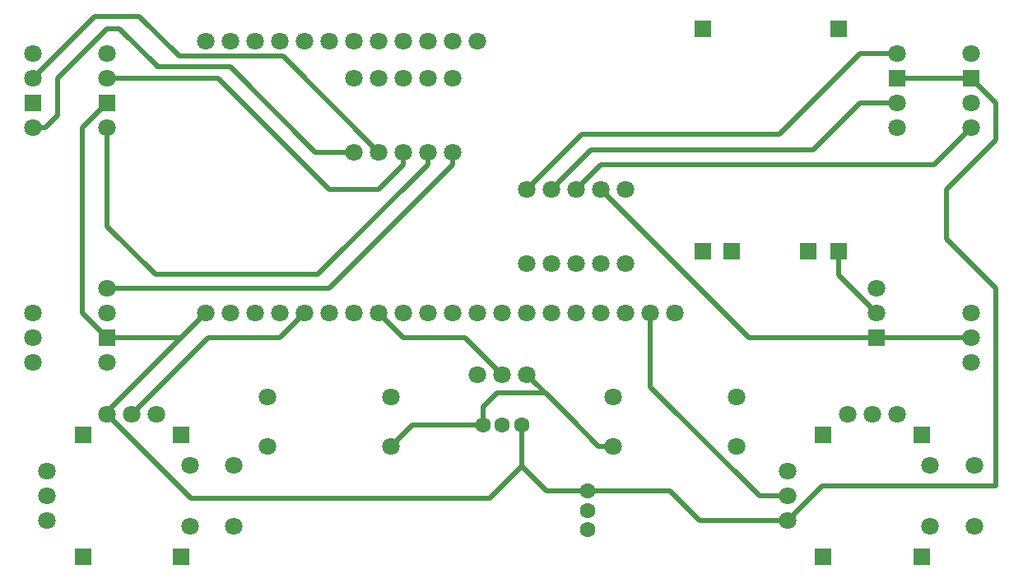
<source format=gbl>
%TF.GenerationSoftware,KiCad,Pcbnew,9.0.0*%
%TF.CreationDate,2025-03-19T00:25:19-07:00*%
%TF.ProjectId,remote_v2,72656d6f-7465-45f7-9632-2e6b69636164,v0.4*%
%TF.SameCoordinates,Original*%
%TF.FileFunction,Copper,L2,Bot*%
%TF.FilePolarity,Positive*%
%FSLAX46Y46*%
G04 Gerber Fmt 4.6, Leading zero omitted, Abs format (unit mm)*
G04 Created by KiCad (PCBNEW 9.0.0) date 2025-03-19 00:25:19*
%MOMM*%
%LPD*%
G01*
G04 APERTURE LIST*
%TA.AperFunction,ComponentPad*%
%ADD10C,1.800000*%
%TD*%
%TA.AperFunction,ComponentPad*%
%ADD11R,1.800000X1.800000*%
%TD*%
%TA.AperFunction,ComponentPad*%
%ADD12C,1.600000*%
%TD*%
%TA.AperFunction,Conductor*%
%ADD13C,0.500000*%
%TD*%
%TA.AperFunction,Conductor*%
%ADD14C,0.300000*%
%TD*%
%TA.AperFunction,Conductor*%
%ADD15C,0.000000*%
%TD*%
G04 APERTURE END LIST*
D10*
%TO.P,RGB_LED4,1,R*%
%TO.N,Net-(RGB_LED4-R)*%
X106680000Y-82550000D03*
D11*
%TO.P,RGB_LED4,2,VCC*%
%TO.N,Net-(ESP32_UWB1-3V3)*%
X106680000Y-80010000D03*
D10*
%TO.P,RGB_LED4,3,G*%
%TO.N,Net-(RGB_LED4-G)*%
X106680000Y-77470000D03*
%TO.P,RGB_LED4,4,B*%
%TO.N,unconnected-(RGB_LED4-B-Pad4)*%
X106680000Y-74930000D03*
%TD*%
D11*
%TO.P,THUMBSTICK1,*%
%TO.N,*%
X190440000Y-126670058D03*
X190440000Y-114170058D03*
X180340000Y-126670058D03*
X180340000Y-114170058D03*
D10*
%TO.P,THUMBSTICK1,1,-*%
%TO.N,unconnected-(THUMBSTICK1---Pad1)*%
X187930000Y-112020058D03*
%TO.P,THUMBSTICK1,2,X*%
%TO.N,unconnected-(THUMBSTICK1-X-Pad2)*%
X185390000Y-112020058D03*
%TO.P,THUMBSTICK1,3,+*%
%TO.N,unconnected-(THUMBSTICK1-+-Pad3)*%
X182850000Y-112020058D03*
%TO.P,THUMBSTICK1,4,-*%
%TO.N,Net-(BUTTON1-S1_2)*%
X176690000Y-117880058D03*
%TO.P,THUMBSTICK1,5,Y*%
%TO.N,Net-(ESP32_UWB1-IO36)*%
X176690000Y-120420058D03*
%TO.P,THUMBSTICK1,6,+*%
%TO.N,Net-(ESP32_UWB1-3V3)*%
X176690000Y-122960058D03*
%TO.P,THUMBSTICK1,7,S1_1*%
%TO.N,unconnected-(THUMBSTICK1-S1_1-Pad7)*%
X191340000Y-123570058D03*
%TO.P,THUMBSTICK1,8,S1_2*%
%TO.N,unconnected-(THUMBSTICK1-S1_2-Pad8)*%
X195890000Y-123570058D03*
%TO.P,THUMBSTICK1,9,S2_1*%
%TO.N,unconnected-(THUMBSTICK1-S2_1-Pad9)*%
X191340000Y-117270058D03*
%TO.P,THUMBSTICK1,10,S2_2*%
%TO.N,unconnected-(THUMBSTICK1-S2_2-Pad10)*%
X195890000Y-117270058D03*
%TD*%
%TO.P,ESP32_UWB1,1,3V3*%
%TO.N,Net-(ESP32_UWB1-3V3)*%
X116840000Y-101600000D03*
%TO.P,ESP32_UWB1,2,GND*%
%TO.N,Net-(ESP32_UWB1-GND-Pad2)*%
X119380000Y-101600000D03*
%TO.P,ESP32_UWB1,3,RST*%
%TO.N,unconnected-(ESP32_UWB1-RST-Pad3)*%
X121920000Y-101600000D03*
%TO.P,ESP32_UWB1,4,GND*%
%TO.N,Net-(BUTTON1-S1_2)*%
X124460000Y-101600000D03*
%TO.P,ESP32_UWB1,5,IO2*%
%TO.N,Net-(ESP32_UWB1-IO2)*%
X127000000Y-101600000D03*
%TO.P,ESP32_UWB1,6,IO12*%
%TO.N,Net-(ESP32_UWB1-IO12)*%
X129540000Y-101600000D03*
%TO.P,ESP32_UWB1,7,IO13*%
%TO.N,Net-(BUTTON2-S2_1)*%
X132080000Y-101600000D03*
%TO.P,ESP32_UWB1,8,IO14*%
%TO.N,Net-(ESP32_UWB1-IO14)*%
X134620000Y-101600000D03*
%TO.P,ESP32_UWB1,9,IO15*%
%TO.N,Net-(ESP32_UWB1-IO15)*%
X137160000Y-101600000D03*
%TO.P,ESP32_UWB1,10,IO18*%
%TO.N,unconnected-(ESP32_UWB1-IO18-Pad10)*%
X139700000Y-101600000D03*
%TO.P,ESP32_UWB1,11,IO19*%
%TO.N,unconnected-(ESP32_UWB1-IO19-Pad11)*%
X142240000Y-101600000D03*
%TO.P,ESP32_UWB1,12,IO25*%
%TO.N,Net-(ESP32_UWB1-IO25)*%
X144780000Y-101600000D03*
%TO.P,ESP32_UWB1,13,IO26*%
%TO.N,Net-(ESP32_UWB1-IO26)*%
X147320000Y-101600000D03*
%TO.P,ESP32_UWB1,14,IO27*%
%TO.N,unconnected-(ESP32_UWB1-IO27-Pad14)*%
X149860000Y-101600000D03*
%TO.P,ESP32_UWB1,15,IO32*%
%TO.N,Net-(ESP32_UWB1-IO32)*%
X152400000Y-101600000D03*
%TO.P,ESP32_UWB1,16,IO33*%
%TO.N,Net-(ESP32_UWB1-IO33)*%
X154940000Y-101600000D03*
%TO.P,ESP32_UWB1,17,IO34*%
%TO.N,unconnected-(ESP32_UWB1-IO34-Pad17)*%
X157480000Y-101600000D03*
%TO.P,ESP32_UWB1,18,IO35*%
%TO.N,Net-(BUTTON1-S1_1)*%
X160020000Y-101600000D03*
%TO.P,ESP32_UWB1,19,IO36*%
%TO.N,Net-(ESP32_UWB1-IO36)*%
X162560000Y-101600000D03*
%TO.P,ESP32_UWB1,20,IO39*%
%TO.N,Net-(ESP32_UWB1-IO39)*%
X165100000Y-101600000D03*
%TO.P,ESP32_UWB1,21,5V0*%
%TO.N,Net-(5V_DC_DC_Converter1-OUT)*%
X116840000Y-73660000D03*
%TO.P,ESP32_UWB1,22,GND*%
%TO.N,Net-(3.7V_BATTERY_CHARGER1-OUT-)*%
X119380000Y-73660000D03*
%TO.P,ESP32_UWB1,23,IO3*%
%TO.N,unconnected-(ESP32_UWB1-IO3-Pad23)*%
X121920000Y-73660000D03*
%TO.P,ESP32_UWB1,24,IO1*%
%TO.N,unconnected-(ESP32_UWB1-IO1-Pad24)*%
X124460000Y-73660000D03*
%TO.P,ESP32_UWB1,25,IO0*%
%TO.N,unconnected-(ESP32_UWB1-IO0-Pad25)*%
X127000000Y-73660000D03*
%TO.P,ESP32_UWB1,26,IO4*%
%TO.N,unconnected-(ESP32_UWB1-IO4-Pad26)*%
X129540000Y-73660000D03*
%TO.P,ESP32_UWB1,27,IO5*%
%TO.N,Net-(ESP32_UWB1-IO5)*%
X132080000Y-73660000D03*
%TO.P,ESP32_UWB1,28,IO16*%
%TO.N,Net-(ESP32_UWB1-IO16)*%
X134620000Y-73660000D03*
%TO.P,ESP32_UWB1,29,IO17*%
%TO.N,Net-(ESP32_UWB1-IO17)*%
X137160000Y-73660000D03*
%TO.P,ESP32_UWB1,30,IO21*%
%TO.N,Net-(ESP32_UWB1-IO21)*%
X139700000Y-73660000D03*
%TO.P,ESP32_UWB1,31,IO22*%
%TO.N,Net-(ESP32_UWB1-IO22)*%
X142240000Y-73660000D03*
%TO.P,ESP32_UWB1,32,IO23*%
%TO.N,unconnected-(ESP32_UWB1-IO23-Pad32)*%
X144780000Y-73660000D03*
%TD*%
%TO.P,ON_OFF_SWITCH1,1*%
%TO.N,unconnected-(ON_OFF_SWITCH1-Pad1)*%
X195580000Y-106680000D03*
%TO.P,ON_OFF_SWITCH1,2*%
%TO.N,Net-(5V_DC_DC_Converter1-IN)*%
X195580000Y-104140000D03*
%TO.P,ON_OFF_SWITCH1,3*%
%TO.N,Net-(3.7V_BATTERY_CHARGER1-OUT+)*%
X195580000Y-101600000D03*
%TD*%
%TO.P,BUTTON2,1,S1_1*%
%TO.N,unconnected-(BUTTON2-S1_1-Pad1)*%
X123160000Y-110260058D03*
%TO.P,BUTTON2,2,S1_2*%
%TO.N,unconnected-(BUTTON2-S1_2-Pad2)*%
X123160000Y-115340058D03*
%TO.P,BUTTON2,3,S2_1*%
%TO.N,Net-(BUTTON2-S2_1)*%
X135860000Y-110260058D03*
%TO.P,BUTTON2,4,S2_2*%
%TO.N,Net-(BUTTON1-S1_2)*%
X135860000Y-115340058D03*
%TD*%
D12*
%TO.P,MINI_THUMBSTICK1,1,-*%
%TO.N,Net-(BUTTON1-S1_2)*%
X145320000Y-113120000D03*
%TO.P,MINI_THUMBSTICK1,2,X*%
%TO.N,Net-(ESP32_UWB1-IO15)*%
X147320000Y-113120000D03*
%TO.P,MINI_THUMBSTICK1,3,+*%
%TO.N,Net-(ESP32_UWB1-3V3)*%
X149320000Y-113120000D03*
%TO.P,MINI_THUMBSTICK1,4,-*%
%TO.N,Net-(BUTTON1-S1_2)*%
X156120000Y-123920000D03*
%TO.P,MINI_THUMBSTICK1,5,Y*%
%TO.N,Net-(ESP32_UWB1-IO25)*%
X156120000Y-121920000D03*
%TO.P,MINI_THUMBSTICK1,6,+*%
%TO.N,Net-(ESP32_UWB1-3V3)*%
X156120000Y-119920000D03*
%TD*%
D10*
%TO.P,RGB_LED1,1,R*%
%TO.N,Net-(RGB_LED1-R)*%
X187960000Y-74930000D03*
D11*
%TO.P,RGB_LED1,2,VCC*%
%TO.N,Net-(ESP32_UWB1-3V3)*%
X187960000Y-77470000D03*
D10*
%TO.P,RGB_LED1,3,G*%
%TO.N,Net-(RGB_LED1-G)*%
X187960000Y-80010000D03*
%TO.P,RGB_LED1,4,B*%
%TO.N,unconnected-(RGB_LED1-B-Pad4)*%
X187960000Y-82550000D03*
%TD*%
D11*
%TO.P,THUMBSTICK2,*%
%TO.N,*%
X114270000Y-126670058D03*
X114270000Y-114170058D03*
X104170000Y-126670058D03*
X104170000Y-114170058D03*
D10*
%TO.P,THUMBSTICK2,1,-*%
%TO.N,Net-(BUTTON1-S1_2)*%
X111760000Y-112020058D03*
%TO.P,THUMBSTICK2,2,X*%
%TO.N,Net-(ESP32_UWB1-IO2)*%
X109220000Y-112020058D03*
%TO.P,THUMBSTICK2,3,+*%
%TO.N,Net-(ESP32_UWB1-3V3)*%
X106680000Y-112020058D03*
%TO.P,THUMBSTICK2,4,-*%
%TO.N,unconnected-(THUMBSTICK2---Pad4)*%
X100520000Y-117880058D03*
%TO.P,THUMBSTICK2,5,Y*%
%TO.N,unconnected-(THUMBSTICK2-Y-Pad5)*%
X100520000Y-120420058D03*
%TO.P,THUMBSTICK2,6,+*%
%TO.N,unconnected-(THUMBSTICK2-+-Pad6)*%
X100520000Y-122960058D03*
%TO.P,THUMBSTICK2,7,S1_1*%
%TO.N,unconnected-(THUMBSTICK2-S1_1-Pad7)*%
X115170000Y-123570058D03*
%TO.P,THUMBSTICK2,8,S1_2*%
%TO.N,unconnected-(THUMBSTICK2-S1_2-Pad8)*%
X119720000Y-123570058D03*
%TO.P,THUMBSTICK2,9,S2_1*%
%TO.N,unconnected-(THUMBSTICK2-S2_1-Pad9)*%
X115170000Y-117270058D03*
%TO.P,THUMBSTICK2,10,S2_2*%
%TO.N,unconnected-(THUMBSTICK2-S2_2-Pad10)*%
X119720000Y-117270058D03*
%TD*%
%TO.P,BUTTON1,1,S1_1*%
%TO.N,Net-(BUTTON1-S1_1)*%
X158720000Y-110260058D03*
%TO.P,BUTTON1,2,S1_2*%
%TO.N,Net-(BUTTON1-S1_2)*%
X158720000Y-115340058D03*
%TO.P,BUTTON1,3,S2_1*%
%TO.N,unconnected-(BUTTON1-S2_1-Pad3)*%
X171420000Y-110260058D03*
%TO.P,BUTTON1,4,S2_2*%
%TO.N,unconnected-(BUTTON1-S2_2-Pad4)*%
X171420000Y-115340058D03*
%TD*%
%TO.P,RGB_LED2,1,R*%
%TO.N,unconnected-(RGB_LED2-R-Pad1)*%
X106680000Y-106680000D03*
D11*
%TO.P,RGB_LED2,2,VCC*%
%TO.N,Net-(ESP32_UWB1-3V3)*%
X106680000Y-104140000D03*
D10*
%TO.P,RGB_LED2,3,G*%
%TO.N,unconnected-(RGB_LED2-G-Pad3)*%
X106680000Y-101600000D03*
%TO.P,RGB_LED2,4,B*%
%TO.N,Net-(RGB_LED2-B)*%
X106680000Y-99060000D03*
%TD*%
%TO.P,RGB_LED3,1,R*%
%TO.N,Net-(RGB_LED3-R)*%
X99060000Y-82550000D03*
D11*
%TO.P,RGB_LED3,2,VCC*%
%TO.N,Net-(ESP32_UWB1-3V3)*%
X99060000Y-80010000D03*
D10*
%TO.P,RGB_LED3,3,G*%
%TO.N,Net-(RGB_LED3-G)*%
X99060000Y-77470000D03*
%TO.P,RGB_LED3,4,B*%
%TO.N,unconnected-(RGB_LED3-B-Pad4)*%
X99060000Y-74930000D03*
%TD*%
%TO.P,LOCK_SWITCH1,1*%
%TO.N,unconnected-(LOCK_SWITCH1-Pad1)*%
X144780000Y-107969000D03*
%TO.P,LOCK_SWITCH1,2*%
%TO.N,Net-(ESP32_UWB1-IO14)*%
X147320000Y-107969000D03*
%TO.P,LOCK_SWITCH1,3*%
%TO.N,Net-(BUTTON1-S1_2)*%
X149860000Y-107969000D03*
%TD*%
%TO.P,UWB_SELECTOR1,1*%
%TO.N,unconnected-(UWB_SELECTOR1-Pad1)*%
X99060000Y-106680000D03*
%TO.P,UWB_SELECTOR1,2*%
%TO.N,Net-(ESP32_UWB1-GND-Pad2)*%
X99060000Y-104140000D03*
%TO.P,UWB_SELECTOR1,3*%
%TO.N,Net-(ESP32_UWB1-IO12)*%
X99060000Y-101600000D03*
%TD*%
%TO.P,RGB_LED5,1,R*%
%TO.N,unconnected-(RGB_LED5-R-Pad1)*%
X195580000Y-74930000D03*
D11*
%TO.P,RGB_LED5,2,VCC*%
%TO.N,Net-(ESP32_UWB1-3V3)*%
X195580000Y-77470000D03*
D10*
%TO.P,RGB_LED5,3,G*%
%TO.N,unconnected-(RGB_LED5-G-Pad3)*%
X195580000Y-80010000D03*
%TO.P,RGB_LED5,4,B*%
%TO.N,Net-(RGB_LED5-B)*%
X195580000Y-82550000D03*
%TD*%
%TO.P,R8,1*%
%TO.N,Net-(ESP32_UWB1-IO33)*%
X154940000Y-96520000D03*
%TO.P,R8,2*%
%TO.N,Net-(RGB_LED5-B)*%
X154940000Y-88900000D03*
%TD*%
%TO.P,R2,1*%
%TO.N,Net-(ESP32_UWB1-IO16)*%
X134620000Y-77470000D03*
%TO.P,R2,2*%
%TO.N,Net-(RGB_LED3-G)*%
X134620000Y-85090000D03*
%TD*%
D11*
%TO.P,5V_DC_DC_Converter1,1,IN*%
%TO.N,Net-(5V_DC_DC_Converter1-IN)*%
X185860000Y-104140000D03*
D10*
%TO.P,5V_DC_DC_Converter1,2,GND*%
%TO.N,Net-(3.7V_BATTERY_CHARGER1-OUT-)*%
X185860000Y-101600000D03*
%TO.P,5V_DC_DC_Converter1,3,OUT*%
%TO.N,Net-(5V_DC_DC_Converter1-OUT)*%
X185860000Y-99060000D03*
%TD*%
%TO.P,R4,1*%
%TO.N,Net-(ESP32_UWB1-IO21)*%
X139700000Y-77470000D03*
%TO.P,R4,2*%
%TO.N,Net-(RGB_LED4-R)*%
X139700000Y-85090000D03*
%TD*%
%TO.P,R9,1*%
%TO.N,Net-(ESP32_UWB1-IO39)*%
X157480000Y-96520000D03*
%TO.P,R9,2*%
%TO.N,Net-(5V_DC_DC_Converter1-IN)*%
X157480000Y-88900000D03*
%TD*%
%TO.P,R7,1*%
%TO.N,Net-(ESP32_UWB1-IO32)*%
X152400000Y-96520000D03*
%TO.P,R7,2*%
%TO.N,Net-(RGB_LED1-G)*%
X152400000Y-88900000D03*
%TD*%
%TO.P,R1,1*%
%TO.N,Net-(ESP32_UWB1-IO5)*%
X132080000Y-77470000D03*
%TO.P,R1,2*%
%TO.N,Net-(RGB_LED3-R)*%
X132080000Y-85090000D03*
%TD*%
%TO.P,R6,1*%
%TO.N,Net-(ESP32_UWB1-IO26)*%
X149860000Y-96520000D03*
%TO.P,R6,2*%
%TO.N,Net-(RGB_LED1-R)*%
X149860000Y-88900000D03*
%TD*%
%TO.P,R10,1*%
%TO.N,Net-(ESP32_UWB1-IO39)*%
X160020000Y-96520000D03*
%TO.P,R10,2*%
%TO.N,Net-(3.7V_BATTERY_CHARGER1-OUT-)*%
X160020000Y-88900000D03*
%TD*%
D11*
%TO.P,3.7V_BATTERY_CHARGER1,1,+*%
%TO.N,unconnected-(3.7V_BATTERY_CHARGER1-+-Pad1)*%
X167995000Y-72390000D03*
%TO.P,3.7V_BATTERY_CHARGER1,2,-*%
%TO.N,unconnected-(3.7V_BATTERY_CHARGER1---Pad2)*%
X181965000Y-72390000D03*
%TO.P,3.7V_BATTERY_CHARGER1,3,OUT+*%
%TO.N,Net-(3.7V_BATTERY_CHARGER1-OUT+)*%
X167995000Y-95250000D03*
%TO.P,3.7V_BATTERY_CHARGER1,4,B+*%
%TO.N,unconnected-(3.7V_BATTERY_CHARGER1-B+-Pad4)*%
X170895000Y-95250000D03*
%TO.P,3.7V_BATTERY_CHARGER1,5,B-*%
%TO.N,unconnected-(3.7V_BATTERY_CHARGER1-B--Pad5)*%
X178765000Y-95250000D03*
%TO.P,3.7V_BATTERY_CHARGER1,6,OUT-*%
%TO.N,Net-(3.7V_BATTERY_CHARGER1-OUT-)*%
X181965000Y-95250000D03*
%TD*%
D10*
%TO.P,R3,1*%
%TO.N,Net-(ESP32_UWB1-IO17)*%
X137160000Y-77470000D03*
%TO.P,R3,2*%
%TO.N,Net-(RGB_LED4-G)*%
X137160000Y-85090000D03*
%TD*%
%TO.P,R5,1*%
%TO.N,Net-(ESP32_UWB1-IO22)*%
X142240000Y-77470000D03*
%TO.P,R5,2*%
%TO.N,Net-(RGB_LED2-B)*%
X142240000Y-85090000D03*
%TD*%
D13*
%TO.N,Net-(RGB_LED1-G)*%
X187960000Y-80010000D02*
X184150000Y-80010000D01*
X184150000Y-80010000D02*
X179297858Y-84862142D01*
X156437858Y-84862142D02*
X152400000Y-88900000D01*
X179297858Y-84862142D02*
X156437858Y-84862142D01*
%TO.N,Net-(RGB_LED1-R)*%
X187960000Y-74930000D02*
X184150000Y-74930000D01*
X175849316Y-83230684D02*
X155529316Y-83230684D01*
X184150000Y-74930000D02*
X175849316Y-83230684D01*
X155529316Y-83230684D02*
X149860000Y-88900000D01*
%TO.N,Net-(RGB_LED5-B)*%
X154940000Y-88900000D02*
X157480000Y-86360000D01*
X157480000Y-86360000D02*
X191770000Y-86360000D01*
X191770000Y-86360000D02*
X195580000Y-82550000D01*
%TO.N,Net-(3.7V_BATTERY_CHARGER1-OUT-)*%
X185860000Y-101600000D02*
X181965000Y-97705000D01*
X181965000Y-97705000D02*
X181965000Y-95250000D01*
D14*
%TO.N,Net-(ESP32_UWB1-IO25)*%
X144780000Y-101600000D02*
X145260182Y-101600000D01*
D13*
%TO.N,Net-(ESP32_UWB1-3V3)*%
X187960000Y-77470000D02*
X195580000Y-77470000D01*
X193040000Y-88900000D02*
X193040000Y-93980000D01*
X106680000Y-80010000D02*
X104140000Y-82550000D01*
X106680000Y-112020058D02*
X106680000Y-111760000D01*
X149320000Y-113120000D02*
X149320000Y-117380000D01*
X164599942Y-119920000D02*
X167640000Y-122960058D01*
X198120000Y-83820000D02*
X193040000Y-88900000D01*
X106680000Y-104140000D02*
X114300000Y-104140000D01*
X114300000Y-104140000D02*
X116840000Y-101600000D01*
X149320000Y-117380000D02*
X146050000Y-120650000D01*
X104140000Y-82550000D02*
X104140000Y-101600000D01*
X132450000Y-120650000D02*
X132080000Y-120650000D01*
X198120000Y-99060000D02*
X198120000Y-119380000D01*
X106680000Y-111760000D02*
X116840000Y-101600000D01*
X115309942Y-120650000D02*
X106680000Y-112020058D01*
X180270058Y-119380000D02*
X176690000Y-122960058D01*
X195580000Y-77470000D02*
X198120000Y-80010000D01*
X193040000Y-93980000D02*
X198120000Y-99060000D01*
X116840000Y-101600000D02*
X116840000Y-101860058D01*
X198120000Y-80010000D02*
X198120000Y-83820000D01*
X104140000Y-101600000D02*
X106680000Y-104140000D01*
X156120000Y-119920000D02*
X164599942Y-119920000D01*
X198120000Y-119380000D02*
X180270058Y-119380000D01*
X146050000Y-120650000D02*
X115309942Y-120650000D01*
X151860000Y-119920000D02*
X149320000Y-117380000D01*
X156120000Y-119920000D02*
X151860000Y-119920000D01*
X167640000Y-122960058D02*
X176690000Y-122960058D01*
%TO.N,Net-(RGB_LED2-B)*%
X142240000Y-85090000D02*
X142240000Y-86360000D01*
X129540000Y-99060000D02*
X106680000Y-99060000D01*
X142240000Y-86360000D02*
X129540000Y-99060000D01*
%TO.N,Net-(RGB_LED3-R)*%
X101600000Y-81280000D02*
X101600000Y-77470000D01*
X111920000Y-76360000D02*
X111760000Y-76200000D01*
X101600000Y-77470000D02*
X106680000Y-72390000D01*
X107950000Y-72390000D02*
X111920000Y-76360000D01*
X128110000Y-85090000D02*
X119380000Y-76360000D01*
X100330000Y-82550000D02*
X101600000Y-81280000D01*
X132080000Y-85090000D02*
X128110000Y-85090000D01*
X119380000Y-76360000D02*
X111920000Y-76360000D01*
X99060000Y-82550000D02*
X100330000Y-82550000D01*
X106680000Y-72390000D02*
X107950000Y-72390000D01*
%TO.N,Net-(RGB_LED3-G)*%
X109960000Y-71120000D02*
X114090000Y-75250000D01*
X124780000Y-75250000D02*
X114090000Y-75250000D01*
X99060000Y-77470000D02*
X105410000Y-71120000D01*
X105410000Y-71120000D02*
X109960000Y-71120000D01*
X134620000Y-85090000D02*
X124780000Y-75250000D01*
%TO.N,Net-(ESP32_UWB1-IO14)*%
X147320000Y-107969000D02*
X143491000Y-104140000D01*
X143491000Y-104140000D02*
X137160000Y-104140000D01*
X137160000Y-104140000D02*
X134620000Y-101600000D01*
%TO.N,Net-(ESP32_UWB1-IO36)*%
X162560000Y-109220000D02*
X173760058Y-120420058D01*
X162560000Y-101600000D02*
X162560000Y-109220000D01*
X173760058Y-120420058D02*
X176690000Y-120420058D01*
%TO.N,Net-(ESP32_UWB1-IO2)*%
X117100058Y-104140000D02*
X124460000Y-104140000D01*
X109220000Y-112020058D02*
X117100058Y-104140000D01*
X124460000Y-104140000D02*
X127000000Y-101600000D01*
%TO.N,Net-(RGB_LED4-R)*%
X106680000Y-82550000D02*
X106680000Y-92714664D01*
X106680000Y-92714664D02*
X111655336Y-97690000D01*
X128370000Y-97690000D02*
X111655336Y-97690000D01*
X139700000Y-85090000D02*
X139700000Y-86360000D01*
X139700000Y-86360000D02*
X128370000Y-97690000D01*
%TO.N,Net-(RGB_LED4-G)*%
X129540000Y-88900000D02*
X134620000Y-88900000D01*
X106680000Y-77470000D02*
X118110000Y-77470000D01*
X118110000Y-77470000D02*
X129540000Y-88900000D01*
X137160000Y-86360000D02*
X137160000Y-85090000D01*
X134620000Y-88900000D02*
X137160000Y-86360000D01*
%TO.N,Net-(BUTTON1-S1_2)*%
X151755500Y-109864500D02*
X154295500Y-112404500D01*
D15*
X135860000Y-115340058D02*
X136900058Y-114300000D01*
D13*
X145320000Y-111320000D02*
X146775500Y-109864500D01*
X157231058Y-115340058D02*
X158720000Y-115340058D01*
X149860000Y-108580000D02*
X149860000Y-107969000D01*
X138080058Y-113120000D02*
X135860000Y-115340058D01*
X146775500Y-109864500D02*
X151755500Y-109864500D01*
X145320000Y-113120000D02*
X145320000Y-111320000D01*
X154295500Y-112404500D02*
X157231058Y-115340058D01*
X145320000Y-113120000D02*
X138080058Y-113120000D01*
X149860000Y-107969000D02*
X154295500Y-112404500D01*
D15*
X136900058Y-114300000D02*
X137160000Y-114300000D01*
D13*
%TO.N,Net-(5V_DC_DC_Converter1-IN)*%
X157480000Y-88900000D02*
X172720000Y-104140000D01*
X195580000Y-104140000D02*
X185860000Y-104140000D01*
X172720000Y-104140000D02*
X185860000Y-104140000D01*
%TD*%
M02*

</source>
